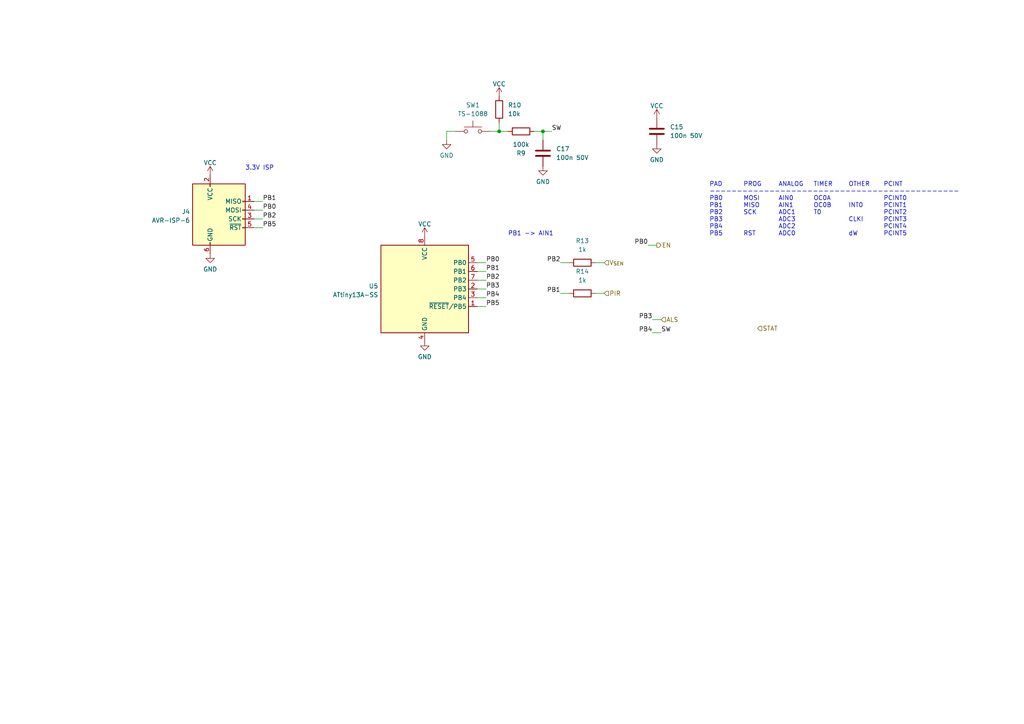
<source format=kicad_sch>
(kicad_sch (version 20250114) (generator "eeschema") (generator_version "9.0")
  (paper "A4")
  (lib_symbols
    (symbol "Connector:AVR-ISP-6" (pin_names (offset 1.016))
      (property "Reference" "J" (at -6.35 11.43 0))
      (property "Value" "AVR-ISP-6" (at 0 11.43 0))
      (symbol "AVR-ISP-6_0_1"
        (rectangle (start -2.667 10.16) (end -2.413 9.398))
        (rectangle (start -2.667 -6.858) (end -2.413 -7.62))
        (rectangle (start 7.62 10.16) (end -7.62 -7.62) (stroke (width 0.254)) (fill (type background)))
        (rectangle (start 7.62 5.207) (end 6.858 4.953))
        (rectangle (start 7.62 2.667) (end 6.858 2.413))
        (rectangle (start 7.62 0.127) (end 6.858 -0.127))
        (rectangle (start 7.62 -2.413) (end 6.858 -2.667))
      )
      (symbol "AVR-ISP-6_1_1"
        (pin passive line (at -2.54 12.7 270) (length 2.54) (name "VCC") (number "2"))
        (pin passive line (at -2.54 -10.16 90) (length 2.54) (name "GND") (number "6"))
        (pin passive line (at 10.16 5.08 180) (length 2.54) (name "MISO") (number "1"))
        (pin passive line (at 10.16 2.54 180) (length 2.54) (name "MOSI") (number "4"))
        (pin passive line (at 10.16 0 180) (length 2.54) (name "SCK") (number "3"))
        (pin passive line (at 10.16 -2.54 180) (length 2.54) (name "~{RST}") (number "5"))
      )
    )
    (symbol "Device:C" (pin_numbers (hide yes)) (pin_names (offset 0.254))
      (property "Reference" "C" (at 0.635 2.54 0))
      (property "Value" "C" (at 0.635 -2.54 0))
      (symbol "C_0_1"
        (polyline (pts (xy -2.032 0.762) (xy 2.032 0.762)) (stroke (width 0.508)))
        (polyline (pts (xy -2.032 -0.762) (xy 2.032 -0.762)) (stroke (width 0.508)))
      )
      (symbol "C_1_1"
        (pin passive line (at 0 3.81 270) (length 2.794) (name "~") (number "1"))
        (pin passive line (at 0 -3.81 90) (length 2.794) (name "~") (number "2"))
      )
    )
    (symbol "Device:R" (pin_numbers (hide yes)) (pin_names (offset 0))
      (property "Reference" "R" (at 2.032 0 90))
      (property "Value" "R" (at 0 0 90))
      (symbol "R_0_1"
        (rectangle (start -1.016 -2.54) (end 1.016 2.54) (stroke (width 0.254)))
      )
      (symbol "R_1_1"
        (pin passive line (at 0 3.81 270) (length 1.27) (name "~") (number "1"))
        (pin passive line (at 0 -3.81 90) (length 1.27) (name "~") (number "2"))
      )
    )
    (symbol "MCU_Microchip_ATtiny:ATtiny13A-SS"
      (property "Reference" "U" (at -12.7 13.97 0))
      (property "Value" "ATtiny13A-SS" (at 2.54 -13.97 0))
      (symbol "ATtiny13A-SS_0_1"
        (rectangle (start -12.7 -12.7) (end 12.7 12.7) (stroke (width 0.254)) (fill (type background)))
      )
      (symbol "ATtiny13A-SS_1_1"
        (pin power_in line (at 0 15.24 270) (length 2.54) (name "VCC") (number "8"))
        (pin power_in line (at 0 -15.24 90) (length 2.54) (name "GND") (number "4"))
        (pin bidirectional line (at 15.24 7.62 180) (length 2.54) (name "PB0") (number "5"))
        (pin bidirectional line (at 15.24 5.08 180) (length 2.54) (name "PB1") (number "6"))
        (pin bidirectional line (at 15.24 2.54 180) (length 2.54) (name "PB2") (number "7"))
        (pin bidirectional line (at 15.24 0 180) (length 2.54) (name "PB3") (number "2"))
        (pin bidirectional line (at 15.24 -2.54 180) (length 2.54) (name "PB4") (number "3"))
        (pin bidirectional line (at 15.24 -5.08 180) (length 2.54) (name "~{RESET}/PB5") (number "1"))
      )
    )
    (symbol "Switch:SW_Push" (pin_numbers (hide yes)) (pin_names (offset 1.016) (hide yes))
      (property "Reference" "SW" (at 1.27 2.54 0))
      (property "Value" "SW_Push" (at 0 -1.524 0))
      (symbol "SW_Push_0_1"
        (circle (center -2.032 0) (radius 0.508))
        (polyline (pts (xy 0 1.27) (xy 0 3.048)))
        (circle (center 2.032 0) (radius 0.508))
        (polyline (pts (xy 2.54 1.27) (xy -2.54 1.27)))
        (pin passive line (at -5.08 0 0) (length 2.54) (name "1") (number "1"))
        (pin passive line (at 5.08 0 180) (length 2.54) (name "2") (number "2"))
      )
    )
    (symbol "power:GND" (power) (pin_names (offset 0))
      (property "Value" "GND" (at 0 -3.81 0))
      (symbol "GND_0_1"
        (polyline (pts (xy 0 0) (xy 0 -1.27) (xy 1.27 -1.27) (xy 0 -2.54) (xy -1.27 -1.27) (xy 0 -1.27)))
      )
      (symbol "GND_1_1"
        (pin power_in line (at 0 0 270) (length 0) (hide yes) (name "GND") (number "1"))
      )
    )
    (symbol "power:VCC" (power) (pin_names (offset 0))
      (property "Value" "VCC" (at 0 3.81 0))
      (symbol "VCC_0_1"
        (polyline (pts (xy -0.762 1.27) (xy 0 2.54)))
        (polyline (pts (xy 0 2.54) (xy 0.762 1.27)))
        (polyline (pts (xy 0 0) (xy 0 2.54)))
      )
      (symbol "VCC_1_1"
        (pin power_in line (at 0 0 90) (length 0) (hide yes) (name "VCC") (number "1"))
      )
    )
  )
  (text "PAD		PROG	ANALOG	TIMER	OTHER	PCINT\n----------------------------------------------\nPB0		MOSI	AIN0	OC0A			PCINT0\nPB1		MISO	AIN1	OC0B	INT0	PCINT1\nPB2		SCK		ADC1	T0				PCINT2\nPB3				ADC3			CLKI	PCINT3\nPB4				ADC2					PCINT4\nPB5		RST		ADC0			dW		PCINT5" (at 205.74 68.58 0) (effects (font (size 1.27 1.27)) (justify left bottom)))
  (text "PB1 -> AIN1" (at 147.32 68.58 0) (effects (font (size 1.27 1.27)) (justify left bottom)))
  (text "3.3V ISP" (at 71.12 49.53 0) (effects (font (size 1.27 1.27)) (justify left bottom)))
  (junction (at 144.78 38.1))
  (junction (at 157.48 38.1))
  (wire (pts (xy 189.23 92.71) (xy 191.77 92.71)))
  (wire (pts (xy 162.56 85.09) (xy 165.1 85.09)))
  (wire (pts (xy 162.56 76.2) (xy 165.1 76.2)))
  (wire (pts (xy 172.72 85.09) (xy 175.26 85.09)))
  (wire (pts (xy 144.78 35.56) (xy 144.78 38.1)))
  (wire (pts (xy 73.66 66.04) (xy 76.2 66.04)))
  (wire (pts (xy 172.72 76.2) (xy 175.26 76.2)))
  (wire (pts (xy 157.48 38.1) (xy 157.48 40.64)))
  (wire (pts (xy 138.43 88.9) (xy 140.97 88.9)))
  (wire (pts (xy 142.24 38.1) (xy 144.78 38.1)))
  (wire (pts (xy 73.66 63.5) (xy 76.2 63.5)))
  (wire (pts (xy 154.94 38.1) (xy 157.48 38.1)))
  (wire (pts (xy 187.96 71.12) (xy 190.5 71.12)))
  (wire (pts (xy 73.66 58.42) (xy 76.2 58.42)))
  (wire (pts (xy 138.43 76.2) (xy 140.97 76.2)))
  (wire (pts (xy 129.54 40.64) (xy 129.54 38.1)))
  (wire (pts (xy 138.43 83.82) (xy 140.97 83.82)))
  (wire (pts (xy 129.54 38.1) (xy 132.08 38.1)))
  (wire (pts (xy 73.66 60.96) (xy 76.2 60.96)))
  (wire (pts (xy 189.23 96.52) (xy 191.77 96.52)))
  (wire (pts (xy 144.78 38.1) (xy 147.32 38.1)))
  (wire (pts (xy 157.48 38.1) (xy 160.02 38.1)))
  (wire (pts (xy 138.43 81.28) (xy 140.97 81.28)))
  (wire (pts (xy 138.43 78.74) (xy 140.97 78.74)))
  (wire (pts (xy 138.43 86.36) (xy 140.97 86.36)))
  (label "PB5" (at 140.97 88.9 0))
  (label "SW" (at 160.02 38.1 0))
  (label "PB0" (at 76.2 60.96 0))
  (label "PB3" (at 189.23 92.71 180))
  (label "PB0" (at 140.97 76.2 0))
  (label "PB3" (at 140.97 83.82 0))
  (label "PB2" (at 76.2 63.5 0))
  (label "SW" (at 191.77 96.52 0))
  (label "PB2" (at 140.97 81.28 0))
  (label "PB1" (at 76.2 58.42 0))
  (label "PB4" (at 140.97 86.36 0))
  (label "PB5" (at 76.2 66.04 0))
  (label "PB1" (at 162.56 85.09 180))
  (label "PB0" (at 187.96 71.12 180))
  (label "PB4" (at 189.23 96.52 180))
  (label "PB2" (at 162.56 76.2 180))
  (label "PB1" (at 140.97 78.74 0))
  (hierarchical_label "V_{SEN}" (shape input) (at 175.26 76.2 0))
  (hierarchical_label "PIR" (shape input) (at 175.26 85.09 0))
  (hierarchical_label "EN" (shape output) (at 190.5 71.12 0))
  (hierarchical_label "STAT" (shape input) (at 219.71 95.25 0))
  (hierarchical_label "ALS" (shape input) (at 191.77 92.71 0))
  (symbol (lib_id "Device:R") (at 144.78 31.75 0) (unit 1)
    (property "Reference" "R10" (at 147.32 30.48 0) (effects (justify left)))
    (property "Value" "10k" (at 147.32 33.02 0) (effects (justify left)))
    (property "Footprint" "Resistor_SMD:R_0603_1608Metric" (effects (hide yes)))
    (property "LCSC" "C25804" (effects (hide yes)))
  )
  (symbol (lib_id "Device:C") (at 190.5 38.1 0) (unit 1)
    (property "Reference" "C15" (at 194.31 36.83 0) (effects (justify left)))
    (property "Value" "100n 50V" (at 194.31 39.37 0) (effects (justify left)))
    (property "Footprint" "Capacitor_SMD:C_0603_1608Metric" (effects (hide yes)))
    (property "LCSC" "C14663" (effects (hide yes)))
  )
  (symbol (lib_id "power:GND") (at 157.48 48.26 0) (unit 1)
    (property "Reference" "#PWR0148" (effects (hide yes)))
    (property "Value" "GND" (at 157.48 52.7034 0))
  )
  (symbol (lib_id "power:GND") (at 190.5 41.91 0) (unit 1)
    (property "Reference" "#PWR0144" (effects (hide yes)))
    (property "Value" "GND" (at 190.5 46.3534 0))
  )
  (symbol (lib_id "power:VCC") (at 190.5 34.29 0) (unit 1)
    (property "Reference" "#PWR0145" (effects (hide yes)))
    (property "Value" "VCC" (at 190.5 30.7142 0))
  )
  (symbol (lib_id "Device:R") (at 151.13 38.1 90) (mirror x) (unit 1)
    (property "Reference" "R9" (at 151.13 44.45 90))
    (property "Value" "100k" (at 151.13 41.91 90))
    (property "Footprint" "Resistor_SMD:R_0603_1608Metric" (effects (hide yes)))
    (property "LCSC" "C25803" (effects (hide yes)))
  )
  (symbol (lib_id "Device:C") (at 157.48 44.45 0) (unit 1)
    (property "Reference" "C17" (at 161.29 43.18 0) (effects (justify left)))
    (property "Value" "100n 50V" (at 161.29 45.72 0) (effects (justify left)))
    (property "Footprint" "Capacitor_SMD:C_0603_1608Metric" (effects (hide yes)))
    (property "LCSC" "C14663" (effects (hide yes)))
  )
  (symbol (lib_id "power:GND") (at 60.96 73.66 0) (unit 1)
    (property "Reference" "#PWR0140" (effects (hide yes)))
    (property "Value" "GND" (at 60.96 78.1034 0))
  )
  (symbol (lib_id "power:GND") (at 123.19 99.06 0) (unit 1)
    (property "Reference" "#PWR0142" (effects (hide yes)))
    (property "Value" "GND" (at 123.19 103.5034 0))
  )
  (symbol (lib_id "Device:R") (at 168.91 85.09 90) (unit 1)
    (property "Reference" "R14" (at 168.91 78.74 90))
    (property "Value" "1k" (at 168.91 81.28 90))
    (property "Footprint" "Resistor_SMD:R_0603_1608Metric" (effects (hide yes)))
    (property "LCSC" "C21190" (effects (hide yes)))
  )
  (symbol (lib_id "Device:R") (at 168.91 76.2 90) (unit 1)
    (property "Reference" "R13" (at 168.91 69.85 90))
    (property "Value" "1k" (at 168.91 72.39 90))
    (property "Footprint" "Resistor_SMD:R_0603_1608Metric" (effects (hide yes)))
    (property "LCSC" "C21190" (effects (hide yes)))
  )
  (symbol (lib_id "power:VCC") (at 123.19 68.58 0) (unit 1)
    (property "Reference" "#PWR0143" (effects (hide yes)))
    (property "Value" "VCC" (at 123.19 65.0042 0))
  )
  (symbol (lib_id "power:VCC") (at 60.96 50.8 0) (unit 1)
    (property "Reference" "#PWR0141" (effects (hide yes)))
    (property "Value" "VCC" (at 60.96 47.2242 0))
  )
  (symbol (lib_id "MCU_Microchip_ATtiny:ATtiny13A-SS") (at 123.19 83.82 0) (unit 1)
    (property "Reference" "U5" (at 109.728 82.9853 0) (effects (justify right)))
    (property "Value" "ATtiny13A-SS" (at 109.728 85.5222 0) (effects (justify right)))
    (property "Footprint" "Package_SO:SOIC-8_3.9x4.9mm_P1.27mm" (effects (hide yes)))
    (property "Datasheet" "http://ww1.microchip.com/downloads/en/DeviceDoc/doc8126.pdf" (effects (hide yes)))
    (property "LCSC" "C14075" (effects (hide yes)))
  )
  (symbol (lib_id "Connector:AVR-ISP-6") (at 63.5 63.5 0) (unit 1)
    (property "Reference" "J4" (at 55.1181 61.3953 0) (effects (justify right)))
    (property "Value" "AVR-ISP-6" (at 55.1181 63.9322 0) (effects (justify right)))
    (property "Footprint" "prj_lib:Tag-Connect_TC2030-IDC-NL_2x03_P1.27mm_Vertical" (effects (hide yes)))
    (property "Datasheet" " ~" (effects (hide yes)))
  )
  (symbol (lib_id "power:VCC") (at 144.78 27.94 0) (unit 1)
    (property "Reference" "#PWR0146" (effects (hide yes)))
    (property "Value" "VCC" (at 144.78 24.3642 0))
  )
  (symbol (lib_id "power:GND") (at 129.54 40.64 0) (unit 1)
    (property "Reference" "#PWR0147" (effects (hide yes)))
    (property "Value" "GND" (at 129.54 45.0834 0))
  )
  (symbol (lib_id "Switch:SW_Push") (at 137.16 38.1 0) (unit 1)
    (property "Reference" "SW1" (at 137.16 30.48 0))
    (property "Value" "TS-1088" (at 137.16 33.02 0))
    (property "Footprint" "Button_Switch_SMD:SW_Push_SPST_NO_Alps_SKRK" (effects (hide yes)))
    (property "LCSC Part #" "C455280" (effects (hide yes)))
    (property "LCSC" "C455280" (effects (hide yes)))
  )
)
</source>
